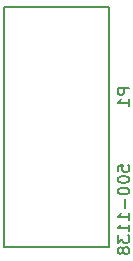
<source format=gbr>
G04 #@! TF.GenerationSoftware,KiCad,Pcbnew,(5.0.1)-3*
G04 #@! TF.CreationDate,2018-11-05T21:38:31-08:00*
G04 #@! TF.ProjectId,500-1138,3530302D313133382E6B696361645F70,rev?*
G04 #@! TF.SameCoordinates,Original*
G04 #@! TF.FileFunction,Legend,Bot*
G04 #@! TF.FilePolarity,Positive*
%FSLAX46Y46*%
G04 Gerber Fmt 4.6, Leading zero omitted, Abs format (unit mm)*
G04 Created by KiCad (PCBNEW (5.0.1)-3) date 11/5/2018 9:38:31 PM*
%MOMM*%
%LPD*%
G01*
G04 APERTURE LIST*
%ADD10C,0.150000*%
G04 APERTURE END LIST*
D10*
G04 #@! TO.C,P1*
X169545000Y-110490000D02*
X167640000Y-110490000D01*
X169545000Y-90170000D02*
X169545000Y-110490000D01*
X167640000Y-90170000D02*
X169545000Y-90170000D01*
X160655000Y-110490000D02*
X162560000Y-110490000D01*
X160655000Y-90170000D02*
X160655000Y-110490000D01*
X162560000Y-90170000D02*
X160655000Y-90170000D01*
X167640000Y-90170000D02*
X162560000Y-90170000D01*
X162560000Y-110490000D02*
X167640000Y-110490000D01*
X171267380Y-97051904D02*
X170267380Y-97051904D01*
X170267380Y-97432857D01*
X170315000Y-97528095D01*
X170362619Y-97575714D01*
X170457857Y-97623333D01*
X170600714Y-97623333D01*
X170695952Y-97575714D01*
X170743571Y-97528095D01*
X170791190Y-97432857D01*
X170791190Y-97051904D01*
X171267380Y-98575714D02*
X171267380Y-98004285D01*
X171267380Y-98290000D02*
X170267380Y-98290000D01*
X170410238Y-98194761D01*
X170505476Y-98099523D01*
X170553095Y-98004285D01*
X170267380Y-104076904D02*
X170267380Y-103600714D01*
X170743571Y-103553095D01*
X170695952Y-103600714D01*
X170648333Y-103695952D01*
X170648333Y-103934047D01*
X170695952Y-104029285D01*
X170743571Y-104076904D01*
X170838809Y-104124523D01*
X171076904Y-104124523D01*
X171172142Y-104076904D01*
X171219761Y-104029285D01*
X171267380Y-103934047D01*
X171267380Y-103695952D01*
X171219761Y-103600714D01*
X171172142Y-103553095D01*
X170267380Y-104743571D02*
X170267380Y-104838809D01*
X170315000Y-104934047D01*
X170362619Y-104981666D01*
X170457857Y-105029285D01*
X170648333Y-105076904D01*
X170886428Y-105076904D01*
X171076904Y-105029285D01*
X171172142Y-104981666D01*
X171219761Y-104934047D01*
X171267380Y-104838809D01*
X171267380Y-104743571D01*
X171219761Y-104648333D01*
X171172142Y-104600714D01*
X171076904Y-104553095D01*
X170886428Y-104505476D01*
X170648333Y-104505476D01*
X170457857Y-104553095D01*
X170362619Y-104600714D01*
X170315000Y-104648333D01*
X170267380Y-104743571D01*
X170267380Y-105695952D02*
X170267380Y-105791190D01*
X170315000Y-105886428D01*
X170362619Y-105934047D01*
X170457857Y-105981666D01*
X170648333Y-106029285D01*
X170886428Y-106029285D01*
X171076904Y-105981666D01*
X171172142Y-105934047D01*
X171219761Y-105886428D01*
X171267380Y-105791190D01*
X171267380Y-105695952D01*
X171219761Y-105600714D01*
X171172142Y-105553095D01*
X171076904Y-105505476D01*
X170886428Y-105457857D01*
X170648333Y-105457857D01*
X170457857Y-105505476D01*
X170362619Y-105553095D01*
X170315000Y-105600714D01*
X170267380Y-105695952D01*
X170886428Y-106457857D02*
X170886428Y-107219761D01*
X171267380Y-108219761D02*
X171267380Y-107648333D01*
X171267380Y-107934047D02*
X170267380Y-107934047D01*
X170410238Y-107838809D01*
X170505476Y-107743571D01*
X170553095Y-107648333D01*
X171267380Y-109172142D02*
X171267380Y-108600714D01*
X171267380Y-108886428D02*
X170267380Y-108886428D01*
X170410238Y-108791190D01*
X170505476Y-108695952D01*
X170553095Y-108600714D01*
X170267380Y-109505476D02*
X170267380Y-110124523D01*
X170648333Y-109791190D01*
X170648333Y-109934047D01*
X170695952Y-110029285D01*
X170743571Y-110076904D01*
X170838809Y-110124523D01*
X171076904Y-110124523D01*
X171172142Y-110076904D01*
X171219761Y-110029285D01*
X171267380Y-109934047D01*
X171267380Y-109648333D01*
X171219761Y-109553095D01*
X171172142Y-109505476D01*
X170695952Y-110695952D02*
X170648333Y-110600714D01*
X170600714Y-110553095D01*
X170505476Y-110505476D01*
X170457857Y-110505476D01*
X170362619Y-110553095D01*
X170315000Y-110600714D01*
X170267380Y-110695952D01*
X170267380Y-110886428D01*
X170315000Y-110981666D01*
X170362619Y-111029285D01*
X170457857Y-111076904D01*
X170505476Y-111076904D01*
X170600714Y-111029285D01*
X170648333Y-110981666D01*
X170695952Y-110886428D01*
X170695952Y-110695952D01*
X170743571Y-110600714D01*
X170791190Y-110553095D01*
X170886428Y-110505476D01*
X171076904Y-110505476D01*
X171172142Y-110553095D01*
X171219761Y-110600714D01*
X171267380Y-110695952D01*
X171267380Y-110886428D01*
X171219761Y-110981666D01*
X171172142Y-111029285D01*
X171076904Y-111076904D01*
X170886428Y-111076904D01*
X170791190Y-111029285D01*
X170743571Y-110981666D01*
X170695952Y-110886428D01*
G04 #@! TD*
M02*

</source>
